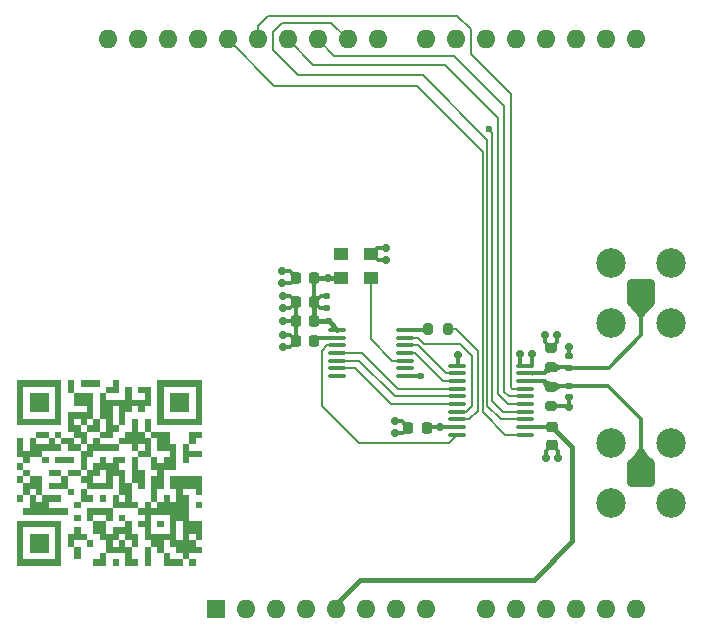
<source format=gbl>
G04 #@! TF.GenerationSoftware,KiCad,Pcbnew,8.0.3*
G04 #@! TF.CreationDate,2024-11-06T17:03:22+01:00*
G04 #@! TF.ProjectId,UNOtdc,554e4f74-6463-42e6-9b69-6361645f7063,1.10*
G04 #@! TF.SameCoordinates,Original*
G04 #@! TF.FileFunction,Copper,L4,Bot*
G04 #@! TF.FilePolarity,Positive*
%FSLAX46Y46*%
G04 Gerber Fmt 4.6, Leading zero omitted, Abs format (unit mm)*
G04 Created by KiCad (PCBNEW 8.0.3) date 2024-11-06 17:03:22*
%MOMM*%
%LPD*%
G01*
G04 APERTURE LIST*
G04 Aperture macros list*
%AMRoundRect*
0 Rectangle with rounded corners*
0 $1 Rounding radius*
0 $2 $3 $4 $5 $6 $7 $8 $9 X,Y pos of 4 corners*
0 Add a 4 corners polygon primitive as box body*
4,1,4,$2,$3,$4,$5,$6,$7,$8,$9,$2,$3,0*
0 Add four circle primitives for the rounded corners*
1,1,$1+$1,$2,$3*
1,1,$1+$1,$4,$5*
1,1,$1+$1,$6,$7*
1,1,$1+$1,$8,$9*
0 Add four rect primitives between the rounded corners*
20,1,$1+$1,$2,$3,$4,$5,0*
20,1,$1+$1,$4,$5,$6,$7,0*
20,1,$1+$1,$6,$7,$8,$9,0*
20,1,$1+$1,$8,$9,$2,$3,0*%
G04 Aperture macros list end*
G04 #@! TA.AperFunction,EtchedComponent*
%ADD10C,0.000000*%
G04 #@! TD*
G04 #@! TA.AperFunction,ComponentPad*
%ADD11RoundRect,0.200100X0.949900X-0.949900X0.949900X0.949900X-0.949900X0.949900X-0.949900X-0.949900X0*%
G04 #@! TD*
G04 #@! TA.AperFunction,ComponentPad*
%ADD12C,2.500000*%
G04 #@! TD*
G04 #@! TA.AperFunction,SMDPad,CuDef*
%ADD13RoundRect,0.147500X-0.172500X0.147500X-0.172500X-0.147500X0.172500X-0.147500X0.172500X0.147500X0*%
G04 #@! TD*
G04 #@! TA.AperFunction,SMDPad,CuDef*
%ADD14RoundRect,0.225000X-0.225000X-0.250000X0.225000X-0.250000X0.225000X0.250000X-0.225000X0.250000X0*%
G04 #@! TD*
G04 #@! TA.AperFunction,SMDPad,CuDef*
%ADD15RoundRect,0.147500X0.172500X-0.147500X0.172500X0.147500X-0.172500X0.147500X-0.172500X-0.147500X0*%
G04 #@! TD*
G04 #@! TA.AperFunction,SMDPad,CuDef*
%ADD16RoundRect,0.225000X0.225000X0.250000X-0.225000X0.250000X-0.225000X-0.250000X0.225000X-0.250000X0*%
G04 #@! TD*
G04 #@! TA.AperFunction,SMDPad,CuDef*
%ADD17RoundRect,0.225000X-0.250000X0.225000X-0.250000X-0.225000X0.250000X-0.225000X0.250000X0.225000X0*%
G04 #@! TD*
G04 #@! TA.AperFunction,SMDPad,CuDef*
%ADD18RoundRect,0.200000X0.200000X0.275000X-0.200000X0.275000X-0.200000X-0.275000X0.200000X-0.275000X0*%
G04 #@! TD*
G04 #@! TA.AperFunction,SMDPad,CuDef*
%ADD19R,1.200000X1.100000*%
G04 #@! TD*
G04 #@! TA.AperFunction,SMDPad,CuDef*
%ADD20RoundRect,0.200000X0.275000X-0.200000X0.275000X0.200000X-0.275000X0.200000X-0.275000X-0.200000X0*%
G04 #@! TD*
G04 #@! TA.AperFunction,SMDPad,CuDef*
%ADD21RoundRect,0.100000X-0.637500X-0.100000X0.637500X-0.100000X0.637500X0.100000X-0.637500X0.100000X0*%
G04 #@! TD*
G04 #@! TA.AperFunction,SMDPad,CuDef*
%ADD22RoundRect,0.100000X0.637500X0.100000X-0.637500X0.100000X-0.637500X-0.100000X0.637500X-0.100000X0*%
G04 #@! TD*
G04 #@! TA.AperFunction,ComponentPad*
%ADD23R,1.600000X1.600000*%
G04 #@! TD*
G04 #@! TA.AperFunction,ComponentPad*
%ADD24O,1.600000X1.600000*%
G04 #@! TD*
G04 #@! TA.AperFunction,SMDPad,CuDef*
%ADD25RoundRect,0.200000X-0.275000X0.200000X-0.275000X-0.200000X0.275000X-0.200000X0.275000X0.200000X0*%
G04 #@! TD*
G04 #@! TA.AperFunction,ViaPad*
%ADD26C,0.700000*%
G04 #@! TD*
G04 #@! TA.AperFunction,ViaPad*
%ADD27C,0.600000*%
G04 #@! TD*
G04 #@! TA.AperFunction,Conductor*
%ADD28C,0.200000*%
G04 #@! TD*
G04 #@! TA.AperFunction,Conductor*
%ADD29C,0.300000*%
G04 #@! TD*
G04 #@! TA.AperFunction,Conductor*
%ADD30C,0.400000*%
G04 #@! TD*
G04 APERTURE END LIST*
D10*
G04 #@! TA.AperFunction,EtchedComponent*
G36*
X77422402Y-71531073D02*
G01*
X77422402Y-72342402D01*
X76611073Y-72342402D01*
X75799745Y-72342402D01*
X75799745Y-71531073D01*
X75799745Y-70719745D01*
X76611073Y-70719745D01*
X77422402Y-70719745D01*
X77422402Y-71531073D01*
G37*
G04 #@! TD.AperFunction*
G04 #@! TA.AperFunction,EtchedComponent*
G36*
X77422402Y-83430562D02*
G01*
X77422402Y-84241891D01*
X76611073Y-84241891D01*
X75799745Y-84241891D01*
X75799745Y-83430562D01*
X75799745Y-82619234D01*
X76611073Y-82619234D01*
X77422402Y-82619234D01*
X77422402Y-83430562D01*
G37*
G04 #@! TD.AperFunction*
G04 #@! TA.AperFunction,EtchedComponent*
G36*
X77422402Y-76399046D02*
G01*
X77422402Y-76669489D01*
X77151959Y-76669489D01*
X76881516Y-76669489D01*
X76881516Y-76399046D01*
X76881516Y-76128603D01*
X77151959Y-76128603D01*
X77422402Y-76128603D01*
X77422402Y-76399046D01*
G37*
G04 #@! TD.AperFunction*
G04 #@! TA.AperFunction,EtchedComponent*
G36*
X79585946Y-76399046D02*
G01*
X79585946Y-76669489D01*
X78774617Y-76669489D01*
X77963288Y-76669489D01*
X77963288Y-76399046D01*
X77963288Y-76128603D01*
X78774617Y-76128603D01*
X79585946Y-76128603D01*
X79585946Y-76399046D01*
G37*
G04 #@! TD.AperFunction*
G04 #@! TA.AperFunction,EtchedComponent*
G36*
X79585946Y-70178859D02*
G01*
X79585946Y-70719745D01*
X79315503Y-70719745D01*
X79045060Y-70719745D01*
X79045060Y-70178859D01*
X79045060Y-69637973D01*
X79315503Y-69637973D01*
X79585946Y-69637973D01*
X79585946Y-70178859D01*
G37*
G04 #@! TD.AperFunction*
G04 #@! TA.AperFunction,EtchedComponent*
G36*
X79585946Y-79103475D02*
G01*
X79585946Y-79373918D01*
X79315503Y-79373918D01*
X79045060Y-79373918D01*
X79045060Y-79103475D01*
X79045060Y-78833033D01*
X79315503Y-78833033D01*
X79585946Y-78833033D01*
X79585946Y-79103475D01*
G37*
G04 #@! TD.AperFunction*
G04 #@! TA.AperFunction,EtchedComponent*
G36*
X80126832Y-81267019D02*
G01*
X80126832Y-81537462D01*
X79856389Y-81537462D01*
X79585946Y-81537462D01*
X79585946Y-81267019D01*
X79585946Y-80996576D01*
X79856389Y-80996576D01*
X80126832Y-80996576D01*
X80126832Y-81267019D01*
G37*
G04 #@! TD.AperFunction*
G04 #@! TA.AperFunction,EtchedComponent*
G36*
X80126832Y-84241891D02*
G01*
X80126832Y-84782777D01*
X79856389Y-84782777D01*
X79585946Y-84782777D01*
X79585946Y-84241891D01*
X79585946Y-83701005D01*
X79856389Y-83701005D01*
X80126832Y-83701005D01*
X80126832Y-84241891D01*
G37*
G04 #@! TD.AperFunction*
G04 #@! TA.AperFunction,EtchedComponent*
G36*
X81749489Y-69908416D02*
G01*
X81749489Y-70178859D01*
X80938160Y-70178859D01*
X80126832Y-70178859D01*
X80126832Y-69908416D01*
X80126832Y-69637973D01*
X80938160Y-69637973D01*
X81749489Y-69637973D01*
X81749489Y-69908416D01*
G37*
G04 #@! TD.AperFunction*
G04 #@! TA.AperFunction,EtchedComponent*
G36*
X81208603Y-83430562D02*
G01*
X81208603Y-83701005D01*
X80938160Y-83701005D01*
X80667717Y-83701005D01*
X80667717Y-83430562D01*
X80667717Y-83160119D01*
X80938160Y-83160119D01*
X81208603Y-83160119D01*
X81208603Y-83430562D01*
G37*
G04 #@! TD.AperFunction*
G04 #@! TA.AperFunction,EtchedComponent*
G36*
X82290375Y-79644361D02*
G01*
X82290375Y-79914804D01*
X82019932Y-79914804D01*
X81749489Y-79914804D01*
X81749489Y-79644361D01*
X81749489Y-79373918D01*
X82019932Y-79373918D01*
X82290375Y-79373918D01*
X82290375Y-79644361D01*
G37*
G04 #@! TD.AperFunction*
G04 #@! TA.AperFunction,EtchedComponent*
G36*
X83372147Y-85053220D02*
G01*
X83372147Y-85323663D01*
X83101704Y-85323663D01*
X82831261Y-85323663D01*
X82831261Y-85053220D01*
X82831261Y-84782777D01*
X83101704Y-84782777D01*
X83372147Y-84782777D01*
X83372147Y-85053220D01*
G37*
G04 #@! TD.AperFunction*
G04 #@! TA.AperFunction,EtchedComponent*
G36*
X87158348Y-81807905D02*
G01*
X87158348Y-82078348D01*
X86887905Y-82078348D01*
X86617462Y-82078348D01*
X86617462Y-81807905D01*
X86617462Y-81537462D01*
X86887905Y-81537462D01*
X87158348Y-81537462D01*
X87158348Y-81807905D01*
G37*
G04 #@! TD.AperFunction*
G04 #@! TA.AperFunction,EtchedComponent*
G36*
X89321891Y-71531073D02*
G01*
X89321891Y-72342402D01*
X88510562Y-72342402D01*
X87699234Y-72342402D01*
X87699234Y-71531073D01*
X87699234Y-70719745D01*
X88510562Y-70719745D01*
X89321891Y-70719745D01*
X89321891Y-71531073D01*
G37*
G04 #@! TD.AperFunction*
G04 #@! TA.AperFunction,EtchedComponent*
G36*
X89862777Y-85053220D02*
G01*
X89862777Y-85323663D01*
X89592334Y-85323663D01*
X89321891Y-85323663D01*
X89321891Y-85053220D01*
X89321891Y-84782777D01*
X89592334Y-84782777D01*
X89862777Y-84782777D01*
X89862777Y-85053220D01*
G37*
G04 #@! TD.AperFunction*
G04 #@! TA.AperFunction,EtchedComponent*
G36*
X90403663Y-80185247D02*
G01*
X90403663Y-80455690D01*
X90133220Y-80455690D01*
X89862777Y-80455690D01*
X89862777Y-80185247D01*
X89862777Y-79914804D01*
X90133220Y-79914804D01*
X90403663Y-79914804D01*
X90403663Y-80185247D01*
G37*
G04 #@! TD.AperFunction*
G04 #@! TA.AperFunction,EtchedComponent*
G36*
X84994804Y-76669489D02*
G01*
X84994804Y-77210375D01*
X85265247Y-77210375D01*
X85535690Y-77210375D01*
X85535690Y-78021704D01*
X85535690Y-78833033D01*
X85265247Y-78833033D01*
X84994804Y-78833033D01*
X84994804Y-78562590D01*
X84994804Y-78292147D01*
X84724361Y-78292147D01*
X84453918Y-78292147D01*
X84453918Y-77210375D01*
X84453918Y-76128603D01*
X84724361Y-76128603D01*
X84994804Y-76128603D01*
X84994804Y-76669489D01*
G37*
G04 #@! TD.AperFunction*
G04 #@! TA.AperFunction,EtchedComponent*
G36*
X76611073Y-69637973D02*
G01*
X78504174Y-69637973D01*
X78504174Y-71531073D01*
X78504174Y-73424174D01*
X76611073Y-73424174D01*
X74717973Y-73424174D01*
X74717973Y-71531073D01*
X74717973Y-70178859D01*
X75258859Y-70178859D01*
X75258859Y-71531073D01*
X75258859Y-72883288D01*
X76611073Y-72883288D01*
X77963288Y-72883288D01*
X77963288Y-71531073D01*
X77963288Y-70178859D01*
X76611073Y-70178859D01*
X75258859Y-70178859D01*
X74717973Y-70178859D01*
X74717973Y-69637973D01*
X76611073Y-69637973D01*
G37*
G04 #@! TD.AperFunction*
G04 #@! TA.AperFunction,EtchedComponent*
G36*
X76611073Y-81537462D02*
G01*
X78504174Y-81537462D01*
X78504174Y-83430562D01*
X78504174Y-85323663D01*
X76611073Y-85323663D01*
X74717973Y-85323663D01*
X74717973Y-83430562D01*
X74717973Y-82078348D01*
X75258859Y-82078348D01*
X75258859Y-83430562D01*
X75258859Y-84782777D01*
X76611073Y-84782777D01*
X77963288Y-84782777D01*
X77963288Y-83430562D01*
X77963288Y-82078348D01*
X76611073Y-82078348D01*
X75258859Y-82078348D01*
X74717973Y-82078348D01*
X74717973Y-81537462D01*
X76611073Y-81537462D01*
G37*
G04 #@! TD.AperFunction*
G04 #@! TA.AperFunction,EtchedComponent*
G36*
X88510562Y-69637973D02*
G01*
X90403663Y-69637973D01*
X90403663Y-71531073D01*
X90403663Y-73424174D01*
X88510562Y-73424174D01*
X86617462Y-73424174D01*
X86617462Y-71531073D01*
X86617462Y-70178859D01*
X87158348Y-70178859D01*
X87158348Y-71531073D01*
X87158348Y-72883288D01*
X88510562Y-72883288D01*
X89862777Y-72883288D01*
X89862777Y-71531073D01*
X89862777Y-70178859D01*
X88510562Y-70178859D01*
X87158348Y-70178859D01*
X86617462Y-70178859D01*
X86617462Y-69637973D01*
X88510562Y-69637973D01*
G37*
G04 #@! TD.AperFunction*
G04 #@! TA.AperFunction,EtchedComponent*
G36*
X80126832Y-82348791D02*
G01*
X80126832Y-82619234D01*
X80397274Y-82619234D01*
X80667717Y-82619234D01*
X80667717Y-82889677D01*
X80667717Y-83160119D01*
X80126832Y-83160119D01*
X79585946Y-83160119D01*
X79585946Y-83430562D01*
X79585946Y-83701005D01*
X79315503Y-83701005D01*
X79045060Y-83701005D01*
X79045060Y-83160119D01*
X79045060Y-82619234D01*
X79315503Y-82619234D01*
X79585946Y-82619234D01*
X79585946Y-82348791D01*
X79585946Y-82078348D01*
X79856389Y-82078348D01*
X80126832Y-82078348D01*
X80126832Y-82348791D01*
G37*
G04 #@! TD.AperFunction*
G04 #@! TA.AperFunction,EtchedComponent*
G36*
X90403663Y-74235503D02*
G01*
X90403663Y-74505946D01*
X90133220Y-74505946D01*
X89862777Y-74505946D01*
X89862777Y-74776389D01*
X89862777Y-75046832D01*
X89592334Y-75046832D01*
X89321891Y-75046832D01*
X89321891Y-75317274D01*
X89321891Y-75587717D01*
X89862777Y-75587717D01*
X90403663Y-75587717D01*
X90403663Y-75858160D01*
X90403663Y-76128603D01*
X89862777Y-76128603D01*
X89321891Y-76128603D01*
X89321891Y-76399046D01*
X89321891Y-76669489D01*
X89051448Y-76669489D01*
X88781005Y-76669489D01*
X88781005Y-75858160D01*
X88781005Y-75046832D01*
X89051448Y-75046832D01*
X89321891Y-75046832D01*
X89321891Y-74505946D01*
X89321891Y-73965060D01*
X89862777Y-73965060D01*
X90403663Y-73965060D01*
X90403663Y-74235503D01*
G37*
G04 #@! TD.AperFunction*
G04 #@! TA.AperFunction,EtchedComponent*
G36*
X87699234Y-74505946D02*
G01*
X87699234Y-75046832D01*
X87969677Y-75046832D01*
X88240119Y-75046832D01*
X88240119Y-76128603D01*
X88240119Y-77210375D01*
X87699234Y-77210375D01*
X87158348Y-77210375D01*
X87158348Y-78021704D01*
X87158348Y-78833033D01*
X86887905Y-78833033D01*
X86617462Y-78833033D01*
X86617462Y-79373918D01*
X86617462Y-79914804D01*
X86347019Y-79914804D01*
X86076576Y-79914804D01*
X86076576Y-80185247D01*
X86076576Y-80455690D01*
X86347019Y-80455690D01*
X86617462Y-80455690D01*
X86617462Y-80185247D01*
X86617462Y-79914804D01*
X86887905Y-79914804D01*
X87158348Y-79914804D01*
X87158348Y-79644361D01*
X87158348Y-79373918D01*
X87428791Y-79373918D01*
X87699234Y-79373918D01*
X87699234Y-79644361D01*
X87699234Y-79914804D01*
X87969677Y-79914804D01*
X88240119Y-79914804D01*
X88240119Y-79373918D01*
X88240119Y-78833033D01*
X87969677Y-78833033D01*
X87699234Y-78833033D01*
X87699234Y-78292147D01*
X87699234Y-77751261D01*
X88510562Y-77751261D01*
X89051448Y-77751261D01*
X90403663Y-77751261D01*
X90403663Y-78562590D01*
X90403663Y-79373918D01*
X90133220Y-79373918D01*
X89862777Y-79373918D01*
X89862777Y-79103475D01*
X89862777Y-78833033D01*
X89321891Y-78833033D01*
X88781005Y-78833033D01*
X88781005Y-79103475D01*
X88781005Y-79373918D01*
X89051448Y-79373918D01*
X89321891Y-79373918D01*
X89321891Y-80455690D01*
X89321891Y-81537462D01*
X89592334Y-81537462D01*
X89862777Y-81537462D01*
X90403663Y-81537462D01*
X90403663Y-82348791D01*
X90403663Y-83160119D01*
X90133220Y-83160119D01*
X89862777Y-83160119D01*
X89862777Y-83430562D01*
X89862777Y-83701005D01*
X90133220Y-83701005D01*
X90403663Y-83701005D01*
X90403663Y-83971448D01*
X90403663Y-84241891D01*
X89862777Y-84241891D01*
X89321891Y-84241891D01*
X89321891Y-84512334D01*
X89321891Y-84782777D01*
X89051448Y-84782777D01*
X88781005Y-84782777D01*
X88781005Y-85053220D01*
X88781005Y-85323663D01*
X87969677Y-85323663D01*
X87158348Y-85323663D01*
X87158348Y-84782777D01*
X87158348Y-84241891D01*
X87428791Y-84241891D01*
X87699234Y-84241891D01*
X87699234Y-84512334D01*
X87699234Y-84782777D01*
X88240119Y-84782777D01*
X88781005Y-84782777D01*
X88781005Y-84512334D01*
X88781005Y-84241891D01*
X88510562Y-84241891D01*
X88240119Y-84241891D01*
X88240119Y-83971448D01*
X88240119Y-83701005D01*
X87969677Y-83701005D01*
X87699234Y-83701005D01*
X87699234Y-83430562D01*
X87699234Y-83160119D01*
X87428791Y-83160119D01*
X87158348Y-83160119D01*
X87158348Y-83701005D01*
X87158348Y-84241891D01*
X86887905Y-84241891D01*
X86617462Y-84241891D01*
X86617462Y-83971448D01*
X86617462Y-83701005D01*
X86347019Y-83701005D01*
X86076576Y-83701005D01*
X86076576Y-84512334D01*
X86076576Y-85323663D01*
X85806133Y-85323663D01*
X85535690Y-85323663D01*
X85535690Y-84512334D01*
X85535690Y-83701005D01*
X85806133Y-83701005D01*
X86076576Y-83701005D01*
X86076576Y-83430562D01*
X86076576Y-83160119D01*
X85806133Y-83160119D01*
X85535690Y-83160119D01*
X85535690Y-82619234D01*
X85535690Y-82078348D01*
X85265247Y-82078348D01*
X84994804Y-82078348D01*
X84994804Y-81807905D01*
X84994804Y-81537462D01*
X85265247Y-81537462D01*
X85535690Y-81537462D01*
X85535690Y-81267019D01*
X85535690Y-80996576D01*
X86076576Y-80996576D01*
X86076576Y-81807905D01*
X86076576Y-82619234D01*
X86887905Y-82619234D01*
X87699234Y-82619234D01*
X87699234Y-81807905D01*
X87699234Y-81537462D01*
X88240119Y-81537462D01*
X88240119Y-82348791D01*
X88240119Y-83160119D01*
X88510562Y-83160119D01*
X88781005Y-83160119D01*
X88781005Y-82619234D01*
X89321891Y-82619234D01*
X89321891Y-82889677D01*
X89321891Y-83160119D01*
X89592334Y-83160119D01*
X89862777Y-83160119D01*
X89862777Y-82889677D01*
X89862777Y-82619234D01*
X89592334Y-82619234D01*
X89321891Y-82619234D01*
X88781005Y-82619234D01*
X88781005Y-82348791D01*
X88781005Y-81537462D01*
X88510562Y-81537462D01*
X88240119Y-81537462D01*
X87699234Y-81537462D01*
X87699234Y-80996576D01*
X86887905Y-80996576D01*
X86076576Y-80996576D01*
X85535690Y-80996576D01*
X85265247Y-80996576D01*
X84994804Y-80996576D01*
X84994804Y-80726133D01*
X84994804Y-80455690D01*
X85265247Y-80455690D01*
X85535690Y-80455690D01*
X85535690Y-80185247D01*
X85535690Y-79914804D01*
X85806133Y-79914804D01*
X86076576Y-79914804D01*
X86076576Y-78833033D01*
X86076576Y-77751261D01*
X86347019Y-77751261D01*
X86617462Y-77751261D01*
X86617462Y-77480818D01*
X86617462Y-77210375D01*
X86347019Y-77210375D01*
X86076576Y-77210375D01*
X86076576Y-76669489D01*
X86076576Y-76128603D01*
X86347019Y-76128603D01*
X86617462Y-76128603D01*
X86617462Y-76399046D01*
X86617462Y-76669489D01*
X86887905Y-76669489D01*
X87158348Y-76669489D01*
X87158348Y-76399046D01*
X87158348Y-76128603D01*
X87428791Y-76128603D01*
X87699234Y-76128603D01*
X87699234Y-75858160D01*
X87699234Y-75587717D01*
X87158348Y-75587717D01*
X86617462Y-75587717D01*
X86617462Y-75046832D01*
X86617462Y-74505946D01*
X86347019Y-74505946D01*
X86076576Y-74505946D01*
X86076576Y-74235503D01*
X86076576Y-73965060D01*
X86887905Y-73965060D01*
X87699234Y-73965060D01*
X87699234Y-74505946D01*
G37*
G04 #@! TD.AperFunction*
G04 #@! TA.AperFunction,EtchedComponent*
G36*
X82290375Y-76399046D02*
G01*
X82290375Y-76669489D01*
X82560818Y-76669489D01*
X82831261Y-76669489D01*
X82831261Y-76399046D01*
X82831261Y-76128603D01*
X83372147Y-76128603D01*
X83913033Y-76128603D01*
X83913033Y-76399046D01*
X83913033Y-76669489D01*
X83642590Y-76669489D01*
X83372147Y-76669489D01*
X83372147Y-76939932D01*
X83372147Y-77210375D01*
X83642590Y-77210375D01*
X83913033Y-77210375D01*
X83913033Y-77751261D01*
X83913033Y-78292147D01*
X84183475Y-78292147D01*
X84453918Y-78292147D01*
X84453918Y-79103475D01*
X84453918Y-79914804D01*
X84724361Y-79914804D01*
X84994804Y-79914804D01*
X84994804Y-80185247D01*
X84994804Y-80455690D01*
X83913033Y-80455690D01*
X82831261Y-80455690D01*
X82831261Y-80996576D01*
X82831261Y-81537462D01*
X82560818Y-81537462D01*
X82290375Y-81537462D01*
X82290375Y-82078348D01*
X82290375Y-82619234D01*
X82560818Y-82619234D01*
X82831261Y-82619234D01*
X82831261Y-82348791D01*
X82831261Y-82078348D01*
X83372147Y-82078348D01*
X83913033Y-82078348D01*
X83913033Y-81807905D01*
X83913033Y-81537462D01*
X84183475Y-81537462D01*
X84453918Y-81537462D01*
X84453918Y-82078348D01*
X84453918Y-82619234D01*
X84724361Y-82619234D01*
X84994804Y-82619234D01*
X84994804Y-83160119D01*
X84994804Y-83701005D01*
X84724361Y-83701005D01*
X84453918Y-83701005D01*
X84453918Y-84241891D01*
X84453918Y-84782777D01*
X84724361Y-84782777D01*
X84994804Y-84782777D01*
X84994804Y-85053220D01*
X84994804Y-85323663D01*
X84453918Y-85323663D01*
X83913033Y-85323663D01*
X83913033Y-84782777D01*
X83913033Y-84241891D01*
X83101704Y-84241891D01*
X82290375Y-84241891D01*
X82290375Y-84782777D01*
X82290375Y-85323663D01*
X81749489Y-85323663D01*
X81208603Y-85323663D01*
X81208603Y-85053220D01*
X81208603Y-84782777D01*
X81479046Y-84782777D01*
X81749489Y-84782777D01*
X81749489Y-84512334D01*
X81749489Y-84241891D01*
X82019932Y-84241891D01*
X82290375Y-84241891D01*
X82290375Y-83701005D01*
X82290375Y-83160119D01*
X82831261Y-83160119D01*
X82831261Y-83430562D01*
X82831261Y-83701005D01*
X83101704Y-83701005D01*
X83372147Y-83701005D01*
X83372147Y-83430562D01*
X83372147Y-83160119D01*
X83642590Y-83160119D01*
X83913033Y-83160119D01*
X83913033Y-83430562D01*
X83913033Y-83701005D01*
X84183475Y-83701005D01*
X84453918Y-83701005D01*
X84453918Y-83430562D01*
X84453918Y-83160119D01*
X84183475Y-83160119D01*
X83913033Y-83160119D01*
X83913033Y-82889677D01*
X83913033Y-82619234D01*
X83642590Y-82619234D01*
X83372147Y-82619234D01*
X83372147Y-82889677D01*
X83372147Y-83160119D01*
X83101704Y-83160119D01*
X82831261Y-83160119D01*
X82290375Y-83160119D01*
X82019932Y-83160119D01*
X81749489Y-83160119D01*
X81749489Y-82889677D01*
X81749489Y-82619234D01*
X81479046Y-82619234D01*
X81208603Y-82619234D01*
X81208603Y-82078348D01*
X81208603Y-81537462D01*
X81749489Y-81537462D01*
X82290375Y-81537462D01*
X82290375Y-81267019D01*
X82290375Y-80996576D01*
X81749489Y-80996576D01*
X81208603Y-80996576D01*
X81208603Y-81267019D01*
X81208603Y-81537462D01*
X80938160Y-81537462D01*
X80667717Y-81537462D01*
X80667717Y-80996576D01*
X80667717Y-80455690D01*
X81749489Y-80455690D01*
X82831261Y-80455690D01*
X82831261Y-79914804D01*
X82831261Y-79373918D01*
X83101704Y-79373918D01*
X83372147Y-79373918D01*
X83372147Y-79644361D01*
X83372147Y-79914804D01*
X83642590Y-79914804D01*
X83913033Y-79914804D01*
X83913033Y-79644361D01*
X83913033Y-79373918D01*
X83642590Y-79373918D01*
X83372147Y-79373918D01*
X83372147Y-78562590D01*
X83372147Y-77751261D01*
X83101704Y-77751261D01*
X82831261Y-77751261D01*
X82831261Y-78292147D01*
X82831261Y-78833033D01*
X81749489Y-78833033D01*
X80667717Y-78833033D01*
X80667717Y-79103475D01*
X80667717Y-79373918D01*
X80938160Y-79373918D01*
X81208603Y-79373918D01*
X81208603Y-79644361D01*
X81208603Y-79914804D01*
X80667717Y-79914804D01*
X80126832Y-79914804D01*
X80126832Y-80185247D01*
X80126832Y-80455690D01*
X79856389Y-80455690D01*
X79585946Y-80455690D01*
X79585946Y-80185247D01*
X79585946Y-79914804D01*
X79856389Y-79914804D01*
X80126832Y-79914804D01*
X80126832Y-79373918D01*
X80126832Y-78833033D01*
X80397274Y-78833033D01*
X80667717Y-78833033D01*
X80667717Y-78562590D01*
X80667717Y-78292147D01*
X80397274Y-78292147D01*
X80126832Y-78292147D01*
X80126832Y-78021704D01*
X80126832Y-77751261D01*
X80397274Y-77751261D01*
X80667717Y-77751261D01*
X81208603Y-77751261D01*
X81208603Y-78021704D01*
X81208603Y-78292147D01*
X81749489Y-78292147D01*
X82290375Y-78292147D01*
X82290375Y-77751261D01*
X82290375Y-77210375D01*
X82019932Y-77210375D01*
X81749489Y-77210375D01*
X81749489Y-77480818D01*
X81749489Y-77751261D01*
X81479046Y-77751261D01*
X81208603Y-77751261D01*
X80667717Y-77751261D01*
X80667717Y-77480818D01*
X80667717Y-77210375D01*
X80938160Y-77210375D01*
X81208603Y-77210375D01*
X81208603Y-76939932D01*
X81208603Y-76669489D01*
X81479046Y-76669489D01*
X81749489Y-76669489D01*
X81749489Y-76399046D01*
X81749489Y-76128603D01*
X82019932Y-76128603D01*
X82290375Y-76128603D01*
X82290375Y-76399046D01*
G37*
G04 #@! TD.AperFunction*
G04 #@! TA.AperFunction,EtchedComponent*
G36*
X83913033Y-81267019D02*
G01*
X83913033Y-81537462D01*
X83642590Y-81537462D01*
X83372147Y-81537462D01*
X83372147Y-81267019D01*
X83372147Y-80996576D01*
X83642590Y-80996576D01*
X83913033Y-80996576D01*
X83913033Y-81267019D01*
G37*
G04 #@! TD.AperFunction*
G04 #@! TA.AperFunction,EtchedComponent*
G36*
X75529302Y-77210375D02*
G01*
X75799745Y-77210375D01*
X75799745Y-77480818D01*
X75799745Y-77751261D01*
X75529302Y-77751261D01*
X75258859Y-77751261D01*
X75258859Y-78021704D01*
X75258859Y-78292147D01*
X75529302Y-78292147D01*
X75799745Y-78292147D01*
X75799745Y-78021704D01*
X75799745Y-77751261D01*
X76070188Y-77751261D01*
X76340631Y-77751261D01*
X76611073Y-77751261D01*
X76881516Y-77751261D01*
X76881516Y-78562590D01*
X76881516Y-79373918D01*
X76611073Y-79373918D01*
X76340631Y-79373918D01*
X76340631Y-79644361D01*
X76340631Y-79914804D01*
X76611073Y-79914804D01*
X76881516Y-79914804D01*
X76881516Y-79644361D01*
X76881516Y-79373918D01*
X77692845Y-79373918D01*
X78504174Y-79373918D01*
X78504174Y-79644361D01*
X78504174Y-79914804D01*
X77963288Y-79914804D01*
X77422402Y-79914804D01*
X77422402Y-80185247D01*
X77422402Y-80455690D01*
X78233731Y-80455690D01*
X79045060Y-80455690D01*
X79045060Y-80726133D01*
X79045060Y-80996576D01*
X77151959Y-80996576D01*
X75258859Y-80996576D01*
X75258859Y-80726133D01*
X75258859Y-80455690D01*
X75529302Y-80455690D01*
X75799745Y-80455690D01*
X75799745Y-79914804D01*
X75799745Y-79373918D01*
X75529302Y-79373918D01*
X75258859Y-79373918D01*
X75258859Y-79644361D01*
X75258859Y-79914804D01*
X74988416Y-79914804D01*
X74717973Y-79914804D01*
X74717973Y-79644361D01*
X74717973Y-79373918D01*
X74988416Y-79373918D01*
X75258859Y-79373918D01*
X75258859Y-78833033D01*
X75799745Y-78833033D01*
X75799745Y-79103475D01*
X75799745Y-79373918D01*
X76070188Y-79373918D01*
X76340631Y-79373918D01*
X76340631Y-79103475D01*
X76340631Y-78833033D01*
X76070188Y-78833033D01*
X75799745Y-78833033D01*
X75258859Y-78833033D01*
X75258859Y-78292147D01*
X74988416Y-78292147D01*
X74717973Y-78292147D01*
X74717973Y-78021704D01*
X74717973Y-77751261D01*
X74988416Y-77751261D01*
X75258859Y-77751261D01*
X75258859Y-77480818D01*
X75258859Y-77210375D01*
X75529302Y-77210375D01*
G37*
G04 #@! TD.AperFunction*
G04 #@! TA.AperFunction,EtchedComponent*
G36*
X83372147Y-70178859D02*
G01*
X83372147Y-70719745D01*
X82831261Y-70719745D01*
X82290375Y-70719745D01*
X82290375Y-70990188D01*
X82290375Y-71260631D01*
X83101704Y-71260631D01*
X83913033Y-71260631D01*
X83913033Y-70719745D01*
X83913033Y-70178859D01*
X84183475Y-70178859D01*
X84453918Y-70178859D01*
X84453918Y-70719745D01*
X84453918Y-71260631D01*
X84994804Y-71260631D01*
X85535690Y-71260631D01*
X85535690Y-70990188D01*
X85535690Y-70719745D01*
X85265247Y-70719745D01*
X84994804Y-70719745D01*
X84994804Y-70449302D01*
X84994804Y-70178859D01*
X85535690Y-70178859D01*
X86076576Y-70178859D01*
X86076576Y-70990188D01*
X86076576Y-71801516D01*
X85806133Y-71801516D01*
X85535690Y-71801516D01*
X85535690Y-72071959D01*
X85535690Y-72342402D01*
X85265247Y-72342402D01*
X84994804Y-72342402D01*
X84994804Y-72071959D01*
X84994804Y-71801516D01*
X84724361Y-71801516D01*
X84453918Y-71801516D01*
X84453918Y-72071959D01*
X84453918Y-72342402D01*
X84183475Y-72342402D01*
X83913033Y-72342402D01*
X83913033Y-72883288D01*
X83913033Y-73424174D01*
X83642590Y-73424174D01*
X83372147Y-73424174D01*
X83372147Y-73694617D01*
X83372147Y-73965060D01*
X83101704Y-73965060D01*
X82831261Y-73965060D01*
X82831261Y-74235503D01*
X82831261Y-74505946D01*
X82290375Y-74505946D01*
X81749489Y-74505946D01*
X81749489Y-74776389D01*
X81749489Y-75046832D01*
X82560818Y-75046832D01*
X83372147Y-75046832D01*
X83372147Y-74776389D01*
X83372147Y-74505946D01*
X83642590Y-74505946D01*
X83913033Y-74505946D01*
X83913033Y-74235503D01*
X83913033Y-73965060D01*
X84183475Y-73965060D01*
X84453918Y-73965060D01*
X84453918Y-73424174D01*
X84453918Y-72883288D01*
X84724361Y-72883288D01*
X84994804Y-72883288D01*
X84994804Y-73424174D01*
X84994804Y-73965060D01*
X85265247Y-73965060D01*
X85535690Y-73965060D01*
X85535690Y-73424174D01*
X85535690Y-72883288D01*
X85806133Y-72883288D01*
X86076576Y-72883288D01*
X86076576Y-73424174D01*
X86076576Y-73965060D01*
X85806133Y-73965060D01*
X85535690Y-73965060D01*
X85535690Y-74235503D01*
X85535690Y-74505946D01*
X85806133Y-74505946D01*
X86076576Y-74505946D01*
X86076576Y-75317274D01*
X86076576Y-76128603D01*
X85535690Y-76128603D01*
X84994804Y-76128603D01*
X84994804Y-75858160D01*
X84994804Y-75587717D01*
X85265247Y-75587717D01*
X85535690Y-75587717D01*
X85535690Y-75317274D01*
X85535690Y-75046832D01*
X85265247Y-75046832D01*
X84994804Y-75046832D01*
X84994804Y-75317274D01*
X84994804Y-75587717D01*
X84724361Y-75587717D01*
X84453918Y-75587717D01*
X84453918Y-75317274D01*
X84453918Y-75046832D01*
X83913033Y-75046832D01*
X83372147Y-75046832D01*
X83372147Y-75317274D01*
X83372147Y-75587717D01*
X82290375Y-75587717D01*
X81208603Y-75587717D01*
X81208603Y-75858160D01*
X81208603Y-76128603D01*
X80938160Y-76128603D01*
X80667717Y-76128603D01*
X80667717Y-76669489D01*
X80667717Y-77210375D01*
X80397274Y-77210375D01*
X80126832Y-77210375D01*
X80126832Y-77480818D01*
X80126832Y-77751261D01*
X79585946Y-77751261D01*
X79045060Y-77751261D01*
X79045060Y-78292147D01*
X79045060Y-78833033D01*
X78233731Y-78833033D01*
X77422402Y-78833033D01*
X77422402Y-78562590D01*
X77422402Y-78292147D01*
X77963288Y-78292147D01*
X78504174Y-78292147D01*
X78504174Y-78021704D01*
X78504174Y-77751261D01*
X77963288Y-77751261D01*
X77422402Y-77751261D01*
X77422402Y-77480818D01*
X77422402Y-77210375D01*
X77963288Y-77210375D01*
X78504174Y-77210375D01*
X78504174Y-77480818D01*
X78504174Y-77751261D01*
X78774617Y-77751261D01*
X79045060Y-77751261D01*
X79045060Y-77480818D01*
X79045060Y-77210375D01*
X79585946Y-77210375D01*
X80126832Y-77210375D01*
X80126832Y-76399046D01*
X80126832Y-75587717D01*
X79585946Y-75587717D01*
X79045060Y-75587717D01*
X79045060Y-75317274D01*
X79045060Y-75046832D01*
X78774617Y-75046832D01*
X78504174Y-75046832D01*
X78504174Y-75317274D01*
X78504174Y-75587717D01*
X77692845Y-75587717D01*
X76881516Y-75587717D01*
X76881516Y-75858160D01*
X76881516Y-76128603D01*
X76340631Y-76128603D01*
X75799745Y-76128603D01*
X75799745Y-76399046D01*
X75799745Y-76669489D01*
X75529302Y-76669489D01*
X75258859Y-76669489D01*
X75258859Y-76939932D01*
X75258859Y-77210375D01*
X74988416Y-77210375D01*
X74717973Y-77210375D01*
X74717973Y-76939932D01*
X74717973Y-76669489D01*
X74988416Y-76669489D01*
X75258859Y-76669489D01*
X75258859Y-76399046D01*
X75258859Y-76128603D01*
X74988416Y-76128603D01*
X74717973Y-76128603D01*
X74717973Y-75317274D01*
X74717973Y-74505946D01*
X74988416Y-74505946D01*
X75258859Y-74505946D01*
X75258859Y-75046832D01*
X75258859Y-75587717D01*
X75529302Y-75587717D01*
X75799745Y-75587717D01*
X75799745Y-75046832D01*
X75799745Y-74505946D01*
X76070188Y-74505946D01*
X76340631Y-74505946D01*
X76340631Y-74776389D01*
X76340631Y-75046832D01*
X76881516Y-75046832D01*
X77422402Y-75046832D01*
X77422402Y-74776389D01*
X77422402Y-74505946D01*
X76881516Y-74505946D01*
X76340631Y-74505946D01*
X76340631Y-74235503D01*
X76340631Y-73965060D01*
X76881516Y-73965060D01*
X77422402Y-73965060D01*
X77422402Y-74235503D01*
X77422402Y-74505946D01*
X77692845Y-74505946D01*
X77963288Y-74505946D01*
X77963288Y-74776389D01*
X77963288Y-75046832D01*
X78233731Y-75046832D01*
X78504174Y-75046832D01*
X78504174Y-74776389D01*
X78504174Y-74505946D01*
X78233731Y-74505946D01*
X77963288Y-74505946D01*
X77963288Y-74235503D01*
X77963288Y-73965060D01*
X78233731Y-73965060D01*
X78504174Y-73965060D01*
X78504174Y-74235503D01*
X78504174Y-74505946D01*
X79045060Y-74505946D01*
X79585946Y-74505946D01*
X79585946Y-74776389D01*
X79585946Y-75046832D01*
X79856389Y-75046832D01*
X80126832Y-75046832D01*
X80126832Y-74776389D01*
X80126832Y-74505946D01*
X79856389Y-74505946D01*
X79585946Y-74505946D01*
X79585946Y-74235503D01*
X79585946Y-73965060D01*
X79315503Y-73965060D01*
X79045060Y-73965060D01*
X79045060Y-73153731D01*
X79045060Y-72883288D01*
X79585946Y-72883288D01*
X79585946Y-73153731D01*
X79585946Y-73424174D01*
X79856389Y-73424174D01*
X80126832Y-73424174D01*
X80126832Y-73694617D01*
X80126832Y-73965060D01*
X80397274Y-73965060D01*
X80667717Y-73965060D01*
X80667717Y-74505946D01*
X80667717Y-75046832D01*
X80397274Y-75046832D01*
X80126832Y-75046832D01*
X80126832Y-75317274D01*
X80126832Y-75587717D01*
X80397274Y-75587717D01*
X80667717Y-75587717D01*
X80667717Y-75317274D01*
X80667717Y-75046832D01*
X80938160Y-75046832D01*
X81208603Y-75046832D01*
X81208603Y-74776389D01*
X81208603Y-74505946D01*
X81479046Y-74505946D01*
X81749489Y-74505946D01*
X81749489Y-74235503D01*
X81749489Y-73965060D01*
X82019932Y-73965060D01*
X82290375Y-73965060D01*
X82290375Y-73424174D01*
X82290375Y-72883288D01*
X82019932Y-72883288D01*
X81749489Y-72883288D01*
X81749489Y-73424174D01*
X81749489Y-73965060D01*
X81208603Y-73965060D01*
X80667717Y-73965060D01*
X80667717Y-73694617D01*
X80667717Y-73424174D01*
X80938160Y-73424174D01*
X81208603Y-73424174D01*
X81208603Y-73153731D01*
X81208603Y-72883288D01*
X80938160Y-72883288D01*
X80667717Y-72883288D01*
X80667717Y-73153731D01*
X80667717Y-73424174D01*
X80397274Y-73424174D01*
X80126832Y-73424174D01*
X80126832Y-73153731D01*
X80126832Y-72883288D01*
X79856389Y-72883288D01*
X79585946Y-72883288D01*
X79045060Y-72883288D01*
X79045060Y-72342402D01*
X79856389Y-72342402D01*
X80667717Y-72342402D01*
X80667717Y-72071959D01*
X80667717Y-71801516D01*
X80126832Y-71801516D01*
X79585946Y-71801516D01*
X79585946Y-71260631D01*
X79585946Y-70719745D01*
X80397274Y-70719745D01*
X81208603Y-70719745D01*
X81208603Y-71801516D01*
X81208603Y-72883288D01*
X81479046Y-72883288D01*
X81749489Y-72883288D01*
X81749489Y-71801516D01*
X82831261Y-71801516D01*
X82831261Y-72612845D01*
X82831261Y-73424174D01*
X83101704Y-73424174D01*
X83372147Y-73424174D01*
X83372147Y-72612845D01*
X83372147Y-71801516D01*
X83101704Y-71801516D01*
X82831261Y-71801516D01*
X81749489Y-71801516D01*
X81749489Y-70719745D01*
X82019932Y-70719745D01*
X82290375Y-70719745D01*
X82290375Y-70449302D01*
X82290375Y-70178859D01*
X82560818Y-70178859D01*
X82831261Y-70178859D01*
X82831261Y-69908416D01*
X82831261Y-69637973D01*
X83101704Y-69637973D01*
X83372147Y-69637973D01*
X83372147Y-70178859D01*
G37*
G04 #@! TD.AperFunction*
D11*
X127595000Y-62230000D03*
D12*
X125055000Y-64770000D03*
X130135000Y-64770000D03*
X125055000Y-59690000D03*
X130135000Y-59690000D03*
D13*
X121499000Y-70104000D03*
X121499000Y-71074000D03*
D14*
X98372000Y-64643000D03*
X99922000Y-64643000D03*
X98372000Y-62992000D03*
X99922000Y-62992000D03*
D11*
X127595000Y-77470000D03*
D12*
X125055000Y-80010000D03*
X130135000Y-80010000D03*
X125055000Y-74930000D03*
X130135000Y-74930000D03*
D15*
X121499000Y-68557000D03*
X121499000Y-67587000D03*
D16*
X99922000Y-60960000D03*
X98372000Y-60960000D03*
D17*
X120025800Y-73558400D03*
X120025800Y-75108400D03*
D18*
X111211000Y-65278000D03*
X109561000Y-65278000D03*
D19*
X102195000Y-58894000D03*
X104735000Y-58894000D03*
X104735000Y-61004000D03*
X102195000Y-60994000D03*
D16*
X109434000Y-73660000D03*
X107884000Y-73660000D03*
D14*
X98372000Y-66294000D03*
X99922000Y-66294000D03*
D20*
X119975000Y-68516000D03*
X119975000Y-66866000D03*
D21*
X112032500Y-74228000D03*
X112032500Y-73578000D03*
X112032500Y-72928000D03*
X112032500Y-72278000D03*
X112032500Y-71628000D03*
X112032500Y-70978000D03*
X112032500Y-70328000D03*
X112032500Y-69678000D03*
X112032500Y-69028000D03*
X112032500Y-68378000D03*
X117757500Y-68378000D03*
X117757500Y-69028000D03*
X117757500Y-69678000D03*
X117757500Y-70328000D03*
X117757500Y-70978000D03*
X117757500Y-71628000D03*
X117757500Y-72278000D03*
X117757500Y-72928000D03*
X117757500Y-73578000D03*
X117757500Y-74228000D03*
D22*
X107597500Y-65360000D03*
X107597500Y-66010000D03*
X107597500Y-66660000D03*
X107597500Y-67310000D03*
X107597500Y-67960000D03*
X107597500Y-68610000D03*
X107597500Y-69260000D03*
X101872500Y-69260000D03*
X101872500Y-68610000D03*
X101872500Y-67960000D03*
X101872500Y-67310000D03*
X101872500Y-66660000D03*
X101872500Y-66010000D03*
X101872500Y-65360000D03*
D23*
X91567000Y-89027000D03*
D24*
X94107000Y-89027000D03*
X96647000Y-89027000D03*
X99187000Y-89027000D03*
X101727000Y-89027000D03*
X104267000Y-89027000D03*
X106807000Y-89027000D03*
X109347000Y-89027000D03*
X114427000Y-89027000D03*
X116967000Y-89027000D03*
X119507000Y-89027000D03*
X122047000Y-89027000D03*
X124587000Y-89027000D03*
X127127000Y-89027000D03*
X127127000Y-40767000D03*
X124587000Y-40767000D03*
X122047000Y-40767000D03*
X119507000Y-40767000D03*
X116967000Y-40767000D03*
X114427000Y-40767000D03*
X111887000Y-40767000D03*
X109347000Y-40767000D03*
X105287000Y-40767000D03*
X102747000Y-40767000D03*
X100207000Y-40767000D03*
X97667000Y-40767000D03*
X95127000Y-40767000D03*
X92587000Y-40767000D03*
X90047000Y-40767000D03*
X87507000Y-40767000D03*
X84967000Y-40767000D03*
X82427000Y-40767000D03*
D25*
X119975000Y-70168000D03*
X119975000Y-71818000D03*
D26*
X97242000Y-64643000D03*
X106005000Y-59436000D03*
X119517800Y-76238400D03*
X120483000Y-65786000D03*
X121499000Y-71882000D03*
X97242000Y-66802000D03*
X97242000Y-62484000D03*
X118324000Y-67437000D03*
X106767000Y-73101200D03*
X97216600Y-61417200D03*
X120533800Y-76238400D03*
X97216600Y-60401200D03*
X106005000Y-58420000D03*
D27*
X108951400Y-69240400D03*
D26*
X121499000Y-66802000D03*
X106767000Y-74117200D03*
X119467000Y-65786000D03*
X97242000Y-65786000D03*
X97242000Y-63500000D03*
X117308000Y-67437000D03*
D27*
X114681000Y-48387000D03*
X100975800Y-62458600D03*
D26*
X110577000Y-73578000D03*
D27*
X101026600Y-63474600D03*
D26*
X101052000Y-60960000D03*
D27*
X101179000Y-64643000D03*
D26*
X112075600Y-67487800D03*
D28*
X116012600Y-46416600D02*
X116012600Y-70586600D01*
X116012600Y-70586600D02*
X116404000Y-70978000D01*
X116404000Y-70978000D02*
X117757500Y-70978000D01*
X111760000Y-42164000D02*
X116012600Y-46416600D01*
X100207000Y-40767000D02*
X101604000Y-42164000D01*
X101604000Y-42164000D02*
X111760000Y-42164000D01*
D29*
X97864000Y-66802000D02*
X98372000Y-66294000D01*
X118324000Y-67437000D02*
X118324000Y-68378000D01*
X119467000Y-65786000D02*
X119467000Y-66358000D01*
X98372000Y-64643000D02*
X98385000Y-64630000D01*
X117308000Y-67437000D02*
X117308000Y-68378000D01*
X117308000Y-68378000D02*
X117757500Y-68378000D01*
X120533800Y-75616400D02*
X120025800Y-75108400D01*
X106005000Y-58420000D02*
X105209000Y-58420000D01*
X119517800Y-75616400D02*
X120025800Y-75108400D01*
X119517800Y-76238400D02*
X119517800Y-75616400D01*
X97216600Y-60401200D02*
X97813200Y-60401200D01*
X97216600Y-61417200D02*
X97914800Y-61417200D01*
X121499000Y-67587000D02*
X121499000Y-66802000D01*
X97864000Y-63500000D02*
X98372000Y-62992000D01*
X119975000Y-71818000D02*
X121435000Y-71818000D01*
X121499000Y-71882000D02*
X121499000Y-71074000D01*
X97864000Y-62484000D02*
X98372000Y-62992000D01*
X97242000Y-64643000D02*
X98372000Y-64643000D01*
X120533800Y-76238400D02*
X120533800Y-75616400D01*
X98385000Y-63132000D02*
X98372000Y-63119000D01*
X106767000Y-74117200D02*
X107426800Y-74117200D01*
X97813200Y-60401200D02*
X98372000Y-60960000D01*
X97242000Y-62484000D02*
X97864000Y-62484000D01*
X97242000Y-63500000D02*
X97864000Y-63500000D01*
X97242000Y-65786000D02*
X97864000Y-65786000D01*
X106767000Y-73101200D02*
X107325200Y-73101200D01*
X97242000Y-66802000D02*
X97864000Y-66802000D01*
X105209000Y-58420000D02*
X104735000Y-58894000D01*
X118324000Y-68378000D02*
X117757500Y-68378000D01*
X97914800Y-61417200D02*
X98372000Y-60960000D01*
X98385000Y-64630000D02*
X98385000Y-63132000D01*
X108931800Y-69260000D02*
X108951400Y-69240400D01*
X107597500Y-69260000D02*
X108931800Y-69260000D01*
X98372000Y-66294000D02*
X98372000Y-64643000D01*
X107426800Y-74117200D02*
X107884000Y-73660000D01*
X119467000Y-66358000D02*
X119975000Y-66866000D01*
X120483000Y-65786000D02*
X120483000Y-66358000D01*
X106005000Y-59436000D02*
X105277000Y-59436000D01*
X107325200Y-73101200D02*
X107884000Y-73660000D01*
X105277000Y-59436000D02*
X104735000Y-58894000D01*
X120483000Y-66358000D02*
X119975000Y-66866000D01*
X97864000Y-65786000D02*
X98372000Y-66294000D01*
X121435000Y-71818000D02*
X121499000Y-71882000D01*
D28*
X96520000Y-44704000D02*
X108585000Y-44704000D01*
X114173000Y-50292000D02*
X114173000Y-72303000D01*
X108585000Y-44704000D02*
X114173000Y-50292000D01*
X92587000Y-40771000D02*
X96520000Y-44704000D01*
X114173000Y-72303000D02*
X116098000Y-74228000D01*
X116098000Y-74228000D02*
X117757500Y-74228000D01*
X92587000Y-40767000D02*
X92587000Y-40771000D01*
X114996600Y-48920400D02*
X114996600Y-48702600D01*
X114996600Y-48702600D02*
X114681000Y-48387000D01*
X117757500Y-72278000D02*
X115926000Y-72278000D01*
X115926000Y-72278000D02*
X114996600Y-71348600D01*
X114996600Y-71348600D02*
X114996600Y-48920400D01*
X116677424Y-70328000D02*
X117757500Y-70328000D01*
X116546000Y-70196576D02*
X116677424Y-70328000D01*
X95127000Y-40767000D02*
X95127000Y-39635630D01*
X112029000Y-38750000D02*
X113157000Y-39878000D01*
X113157000Y-39878000D02*
X113157000Y-42037000D01*
X116546000Y-45426000D02*
X116546000Y-70196576D01*
X96012630Y-38750000D02*
X112029000Y-38750000D01*
X113157000Y-42037000D02*
X116546000Y-45426000D01*
X95127000Y-39635630D02*
X96012630Y-38750000D01*
D30*
X103784400Y-86512400D02*
X101727000Y-88569800D01*
D29*
X117757500Y-73578000D02*
X119829200Y-73578000D01*
X119829200Y-73578000D02*
X119911200Y-73660000D01*
D30*
X121753000Y-75285600D02*
X121753000Y-83261200D01*
X118501800Y-86512400D02*
X103784400Y-86512400D01*
X120025800Y-73558400D02*
X121753000Y-75285600D01*
X101727000Y-88569800D02*
X101727000Y-89027000D01*
X121753000Y-83261200D02*
X118501800Y-86512400D01*
D28*
X115687000Y-72928000D02*
X114573000Y-71814000D01*
X98552000Y-43815000D02*
X96393000Y-41656000D01*
X97155000Y-39370000D02*
X101350000Y-39370000D01*
X114573000Y-71814000D02*
X114573000Y-49295000D01*
X96393000Y-41656000D02*
X96393000Y-40132000D01*
X114573000Y-49295000D02*
X109093000Y-43815000D01*
X96393000Y-40132000D02*
X97155000Y-39370000D01*
X101350000Y-39370000D02*
X102747000Y-40767000D01*
X109093000Y-43815000D02*
X98552000Y-43815000D01*
X117757500Y-72928000D02*
X115687000Y-72928000D01*
X116292000Y-71628000D02*
X117757500Y-71628000D01*
X97667000Y-40767000D02*
X99826000Y-42926000D01*
X110998000Y-42926000D02*
X115479200Y-47407200D01*
X115479200Y-70815200D02*
X116292000Y-71628000D01*
X99826000Y-42926000D02*
X110998000Y-42926000D01*
X115479200Y-47407200D02*
X115479200Y-70815200D01*
D29*
X101464200Y-65360000D02*
X101872500Y-65360000D01*
X112075600Y-68334900D02*
X112032500Y-68378000D01*
X101026600Y-63474600D02*
X100404600Y-63474600D01*
D30*
X101155500Y-64643000D02*
X101872500Y-65360000D01*
D29*
X100975800Y-62458600D02*
X100455400Y-62458600D01*
D30*
X99922000Y-60960000D02*
X101052000Y-60960000D01*
D29*
X110577000Y-73578000D02*
X109516000Y-73578000D01*
X100404600Y-63474600D02*
X99922000Y-62992000D01*
X109516000Y-73578000D02*
X109434000Y-73660000D01*
X110577000Y-73578000D02*
X112032500Y-73578000D01*
D30*
X99922000Y-64643000D02*
X101155500Y-64643000D01*
X101052000Y-60960000D02*
X102161000Y-60960000D01*
D29*
X100455400Y-62458600D02*
X99922000Y-62992000D01*
D30*
X102161000Y-60960000D02*
X102195000Y-60994000D01*
D29*
X99922000Y-60960000D02*
X99922000Y-63119000D01*
X112075600Y-67487800D02*
X112075600Y-68334900D01*
D30*
X99922000Y-62992000D02*
X99922000Y-64643000D01*
D29*
X100206000Y-66010000D02*
X99922000Y-66294000D01*
X101872500Y-66010000D02*
X100206000Y-66010000D01*
X99922000Y-66294000D02*
X99655000Y-66294000D01*
X127595000Y-65786000D02*
X127595000Y-62230000D01*
X124824000Y-68557000D02*
X127595000Y-65786000D01*
X119463000Y-69028000D02*
X119975000Y-68516000D01*
X121458000Y-68516000D02*
X121499000Y-68557000D01*
X121499000Y-68557000D02*
X124824000Y-68557000D01*
X119975000Y-68516000D02*
X121458000Y-68516000D01*
X117757500Y-69028000D02*
X119463000Y-69028000D01*
X127595000Y-72898000D02*
X127595000Y-77470000D01*
X121499000Y-70104000D02*
X120039000Y-70104000D01*
X117757500Y-69678000D02*
X119485000Y-69678000D01*
X120039000Y-70104000D02*
X119975000Y-70168000D01*
X124801000Y-70104000D02*
X127595000Y-72898000D01*
X119485000Y-69678000D02*
X119975000Y-70168000D01*
X121499000Y-70104000D02*
X124801000Y-70104000D01*
X109688000Y-65405000D02*
X109815000Y-65278000D01*
X107642500Y-65405000D02*
X109688000Y-65405000D01*
X107597500Y-65360000D02*
X107642500Y-65405000D01*
D28*
X111887000Y-65278000D02*
X111465000Y-65278000D01*
X112032500Y-72928000D02*
X113012000Y-72928000D01*
X113741200Y-67132200D02*
X111887000Y-65278000D01*
X113012000Y-72928000D02*
X113741200Y-72198800D01*
X113741200Y-72198800D02*
X113741200Y-67132200D01*
X103708600Y-67960000D02*
X106726600Y-70978000D01*
X101872500Y-67960000D02*
X103708600Y-67960000D01*
X106726600Y-70978000D02*
X112032500Y-70978000D01*
X111025000Y-69028000D02*
X108657000Y-66660000D01*
X112032500Y-69028000D02*
X111025000Y-69028000D01*
X108657000Y-66660000D02*
X107597500Y-66660000D01*
X108405300Y-67310000D02*
X107597500Y-67310000D01*
X112032500Y-69678000D02*
X110773300Y-69678000D01*
X110773300Y-69678000D02*
X108405300Y-67310000D01*
X101872500Y-67310000D02*
X103973000Y-67310000D01*
X106991000Y-70328000D02*
X112032500Y-70328000D01*
X103973000Y-67310000D02*
X106991000Y-70328000D01*
X104735000Y-66167000D02*
X106528000Y-67960000D01*
X106528000Y-67960000D02*
X107597500Y-67960000D01*
X104735000Y-61004000D02*
X104735000Y-66167000D01*
X111330500Y-74930000D02*
X103668200Y-74930000D01*
X112032500Y-74228000D02*
X111330500Y-74930000D01*
X100569400Y-71831200D02*
X100569400Y-67106800D01*
X100569400Y-67106800D02*
X101016200Y-66660000D01*
X103668200Y-74930000D02*
X100569400Y-71831200D01*
X101016200Y-66660000D02*
X101872500Y-66660000D01*
X103393400Y-68610000D02*
X101872500Y-68610000D01*
X106411400Y-71628000D02*
X103393400Y-68610000D01*
X112032500Y-71628000D02*
X106411400Y-71628000D01*
X112769999Y-72278000D02*
X113284000Y-71763999D01*
X108682000Y-66010000D02*
X107597500Y-66010000D01*
X109220000Y-66548000D02*
X108682000Y-66010000D01*
X113284000Y-71763999D02*
X113284000Y-67564000D01*
X112268000Y-66548000D02*
X109220000Y-66548000D01*
X113284000Y-67564000D02*
X112268000Y-66548000D01*
X112032500Y-72278000D02*
X112769999Y-72278000D01*
G04 #@! TA.AperFunction,Conductor*
G36*
X120334759Y-69788262D02*
G01*
X120431229Y-69847379D01*
X120535922Y-69896534D01*
X120640614Y-69930689D01*
X120745307Y-69949844D01*
X120838766Y-69953554D01*
X120846895Y-69957305D01*
X120850000Y-69965244D01*
X120850000Y-70245059D01*
X120846573Y-70253332D01*
X120841373Y-70256348D01*
X120748495Y-70281626D01*
X120748477Y-70281633D01*
X120646989Y-70324252D01*
X120646979Y-70324257D01*
X120545456Y-70381893D01*
X120443954Y-70454516D01*
X120443936Y-70454531D01*
X120350735Y-70534988D01*
X120342234Y-70537801D01*
X120334754Y-70534341D01*
X120085893Y-70281626D01*
X119981797Y-70175918D01*
X119978434Y-70167620D01*
X119981507Y-70159806D01*
X120320022Y-69790334D01*
X120328137Y-69786550D01*
X120334759Y-69788262D01*
G37*
G04 #@! TD.AperFunction*
G04 #@! TA.AperFunction,Conductor*
G36*
X120334998Y-68137443D02*
G01*
X120431229Y-68208179D01*
X120535922Y-68270134D01*
X120640614Y-68317089D01*
X120745307Y-68349044D01*
X120757613Y-68351037D01*
X120840171Y-68364409D01*
X120847789Y-68369114D01*
X120850000Y-68375958D01*
X120850000Y-68656042D01*
X120846573Y-68664315D01*
X120840170Y-68667591D01*
X120745307Y-68682955D01*
X120745304Y-68682955D01*
X120745303Y-68682956D01*
X120640607Y-68714912D01*
X120535927Y-68761862D01*
X120535918Y-68761867D01*
X120431226Y-68823821D01*
X120334999Y-68894555D01*
X120326303Y-68896694D01*
X120319442Y-68893032D01*
X120126966Y-68682955D01*
X119981240Y-68523902D01*
X119978179Y-68515489D01*
X119981240Y-68508097D01*
X120319443Y-68138966D01*
X120327558Y-68135182D01*
X120334998Y-68137443D01*
G37*
G04 #@! TD.AperFunction*
G04 #@! TA.AperFunction,Conductor*
G36*
X127602711Y-62237951D02*
G01*
X127603792Y-62239032D01*
X128475437Y-63233609D01*
X128586526Y-63360365D01*
X128589402Y-63368845D01*
X128585438Y-63376875D01*
X128584578Y-63377561D01*
X128424999Y-63492824D01*
X128255005Y-63655209D01*
X128255005Y-63655210D01*
X128084994Y-63857215D01*
X127915002Y-64098800D01*
X127914983Y-64098828D01*
X127748414Y-64374353D01*
X127741202Y-64379660D01*
X127738402Y-64380000D01*
X127451598Y-64380000D01*
X127443325Y-64376573D01*
X127441586Y-64374353D01*
X127275015Y-64098828D01*
X127275010Y-64098821D01*
X127275000Y-64098804D01*
X127105000Y-63857209D01*
X126934999Y-63655216D01*
X126934993Y-63655210D01*
X126934993Y-63655209D01*
X126764999Y-63492824D01*
X126605421Y-63377561D01*
X126600721Y-63369938D01*
X126602787Y-63361225D01*
X126603463Y-63360376D01*
X127586202Y-62239038D01*
X127594231Y-62235075D01*
X127602711Y-62237951D01*
G37*
G04 #@! TD.AperFunction*
G04 #@! TA.AperFunction,Conductor*
G36*
X119269232Y-69535649D02*
G01*
X119421855Y-69606000D01*
X119591073Y-69669000D01*
X119760290Y-69717000D01*
X119929508Y-69750000D01*
X119929519Y-69750001D01*
X119929532Y-69750003D01*
X120084615Y-69766499D01*
X120092480Y-69770781D01*
X120095012Y-69779370D01*
X120094563Y-69781565D01*
X119977759Y-70162265D01*
X119972057Y-70169169D01*
X119970316Y-70169918D01*
X119510674Y-70325090D01*
X119501740Y-70324490D01*
X119495996Y-70318162D01*
X119450535Y-70198574D01*
X119438222Y-70169918D01*
X119401055Y-70083416D01*
X119351582Y-69983277D01*
X119302110Y-69898138D01*
X119254777Y-69831032D01*
X119252638Y-69824288D01*
X119252638Y-69546276D01*
X119256065Y-69538003D01*
X119264338Y-69534576D01*
X119269232Y-69535649D01*
G37*
G04 #@! TD.AperFunction*
G04 #@! TA.AperFunction,Conductor*
G36*
X118455000Y-69494000D02*
G01*
X118515000Y-69507000D01*
X118575000Y-69516999D01*
X118575013Y-69517000D01*
X118575016Y-69517001D01*
X118575024Y-69517002D01*
X118630370Y-69523458D01*
X118635000Y-69523999D01*
X118684079Y-69527271D01*
X118692105Y-69531241D01*
X118695000Y-69538945D01*
X118695000Y-69817054D01*
X118691573Y-69825327D01*
X118684078Y-69828728D01*
X118634996Y-69832000D01*
X118634983Y-69832001D01*
X118575024Y-69838996D01*
X118575016Y-69838997D01*
X118515001Y-69848998D01*
X118476878Y-69857258D01*
X118455000Y-69861999D01*
X118454991Y-69862001D01*
X118454979Y-69862004D01*
X118398275Y-69877126D01*
X118391763Y-69876986D01*
X117792144Y-69689165D01*
X117785273Y-69683422D01*
X117784476Y-69674503D01*
X117790219Y-69667632D01*
X117792144Y-69666835D01*
X118391766Y-69479012D01*
X118398273Y-69478873D01*
X118455000Y-69494000D01*
G37*
G04 #@! TD.AperFunction*
G04 #@! TA.AperFunction,Conductor*
G36*
X119970245Y-68514175D02*
G01*
X119977095Y-68519943D01*
X119977847Y-68521748D01*
X120100272Y-68902666D01*
X120099541Y-68911591D01*
X120092713Y-68917385D01*
X120090674Y-68917844D01*
X119936003Y-68938397D01*
X119935984Y-68938401D01*
X119767444Y-68975795D01*
X119598869Y-69028201D01*
X119430303Y-69095603D01*
X119430298Y-69095605D01*
X119278588Y-69169768D01*
X119269651Y-69170323D01*
X119262939Y-69164395D01*
X119261750Y-69159257D01*
X119261750Y-68881497D01*
X119263669Y-68875076D01*
X119309400Y-68805411D01*
X119357050Y-68717823D01*
X119404699Y-68615234D01*
X119452349Y-68497646D01*
X119496190Y-68375657D01*
X119502212Y-68369032D01*
X119510737Y-68368463D01*
X119970245Y-68514175D01*
G37*
G04 #@! TD.AperFunction*
G04 #@! TA.AperFunction,Conductor*
G36*
X127746675Y-75323427D02*
G01*
X127748414Y-75325647D01*
X127914983Y-75601170D01*
X127914991Y-75601181D01*
X127914999Y-75601195D01*
X128084999Y-75842790D01*
X128255000Y-76044783D01*
X128255004Y-76044786D01*
X128255005Y-76044788D01*
X128255005Y-76044789D01*
X128424998Y-76207173D01*
X128584578Y-76322437D01*
X128589278Y-76330060D01*
X128587212Y-76338773D01*
X128586526Y-76339633D01*
X127603799Y-77460960D01*
X127595769Y-77464924D01*
X127587289Y-77462048D01*
X127586201Y-77460960D01*
X126603473Y-76339633D01*
X126600597Y-76331153D01*
X126604561Y-76323123D01*
X126605409Y-76322446D01*
X126764999Y-76207174D01*
X126934999Y-76044783D01*
X127105000Y-75842790D01*
X127275000Y-75601195D01*
X127441586Y-75325646D01*
X127448798Y-75320340D01*
X127451598Y-75320000D01*
X127738402Y-75320000D01*
X127746675Y-75323427D01*
G37*
G04 #@! TD.AperFunction*
G04 #@! TA.AperFunction,Conductor*
G36*
X118455000Y-68844000D02*
G01*
X118515000Y-68857000D01*
X118575000Y-68866999D01*
X118575013Y-68867000D01*
X118575016Y-68867001D01*
X118575024Y-68867002D01*
X118630370Y-68873458D01*
X118635000Y-68873999D01*
X118684079Y-68877271D01*
X118692105Y-68881241D01*
X118695000Y-68888945D01*
X118695000Y-69167054D01*
X118691573Y-69175327D01*
X118684078Y-69178728D01*
X118634996Y-69182000D01*
X118634983Y-69182001D01*
X118575024Y-69188996D01*
X118575016Y-69188997D01*
X118515001Y-69198998D01*
X118476878Y-69207258D01*
X118455000Y-69211999D01*
X118454991Y-69212001D01*
X118454979Y-69212004D01*
X118398275Y-69227126D01*
X118391763Y-69226986D01*
X117792144Y-69039165D01*
X117785273Y-69033422D01*
X117784476Y-69024503D01*
X117790219Y-69017632D01*
X117792144Y-69016835D01*
X118391766Y-68829012D01*
X118398273Y-68828873D01*
X118455000Y-68844000D01*
G37*
G04 #@! TD.AperFunction*
M02*

</source>
